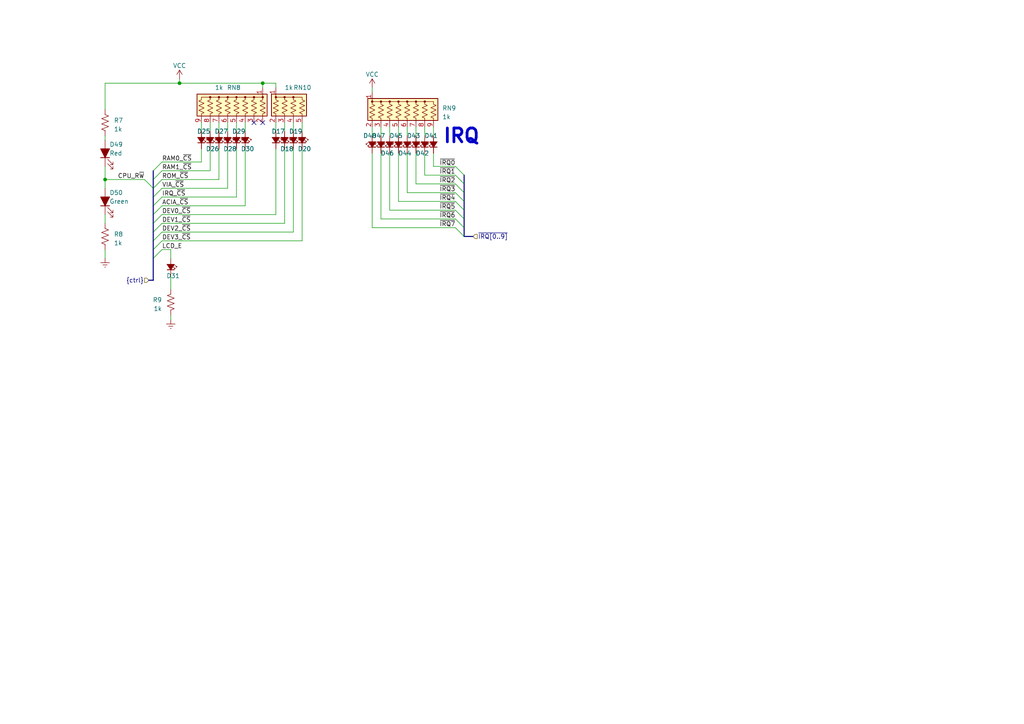
<source format=kicad_sch>
(kicad_sch (version 20230121) (generator eeschema)
  (paper "A4")
  (lib_symbols
    (symbol "Device:LED_Filled" (pin_numbers hide) (pin_names (offset 1.016) hide)
      (property "Reference" "D" (at 0 2.54 0))
      (property "Value" "LED_Filled" (at 0 -2.54 0))
      (symbol "LED_Filled_0_1"
        (polyline (pts (xy -1.27 -1.27) (xy -1.27 1.27)) (stroke (width 0.254)))
        (polyline (pts (xy -1.27 0) (xy 1.27 0)))
        (polyline (pts (xy 1.27 -1.27) (xy 1.27 1.27) (xy -1.27 0) (xy 1.27 -1.27)) (stroke (width 0.254)) (fill (type outline)))
        (polyline (pts (xy -3.048 -0.762) (xy -4.572 -2.286) (xy -3.81 -2.286) (xy -4.572 -2.286) (xy -4.572 -1.524)))
        (polyline (pts (xy -1.778 -0.762) (xy -3.302 -2.286) (xy -2.54 -2.286) (xy -3.302 -2.286) (xy -3.302 -1.524)))
      )
      (symbol "LED_Filled_1_1"
        (pin passive line (at -3.81 0 0) (length 2.54) (name "K") (number "1"))
        (pin passive line (at 3.81 0 180) (length 2.54) (name "A") (number "2"))
      )
    )
    (symbol "Device:LED_Small_Filled" (pin_numbers hide) (pin_names (offset 0.254) hide)
      (property "Reference" "D" (at -1.27 3.175 0))
      (property "Value" "LED_Small_Filled" (at -4.445 -2.54 0))
      (symbol "LED_Small_Filled_0_1"
        (polyline (pts (xy -0.762 -1.016) (xy -0.762 1.016)) (stroke (width 0.254)))
        (polyline (pts (xy 1.016 0) (xy -0.762 0)))
        (polyline (pts (xy 0.762 -1.016) (xy -0.762 0) (xy 0.762 1.016) (xy 0.762 -1.016)) (stroke (width 0.254)) (fill (type outline)))
        (polyline (pts (xy 0 0.762) (xy -0.508 1.27) (xy -0.254 1.27) (xy -0.508 1.27) (xy -0.508 1.016)))
        (polyline (pts (xy 0.508 1.27) (xy 0 1.778) (xy 0.254 1.778) (xy 0 1.778) (xy 0 1.524)))
      )
      (symbol "LED_Small_Filled_1_1"
        (pin passive line (at -2.54 0 0) (length 1.778) (name "K") (number "1"))
        (pin passive line (at 2.54 0 180) (length 1.778) (name "A") (number "2"))
      )
    )
    (symbol "Device:R_Network04_US" (pin_names (offset 0) hide)
      (property "Reference" "RN" (at -7.62 0 90))
      (property "Value" "R_Network04_US" (at 5.08 0 90))
      (symbol "R_Network04_US_0_1"
        (rectangle (start -6.35 -3.175) (end 3.81 3.175) (stroke (width 0.254)) (fill (type background)))
        (circle (center -5.08 2.286) (radius 0.254) (fill (type outline)))
        (circle (center -2.54 2.286) (radius 0.254) (fill (type outline)))
        (polyline (pts (xy -5.08 2.286) (xy 2.54 2.286)))
        (polyline (pts (xy -5.08 2.286) (xy -5.08 1.524) (xy -4.318 1.1684) (xy -5.842 0.508) (xy -4.318 -0.1524) (xy -5.842 -0.8382) (xy -4.318 -1.524) (xy -5.842 -2.1844) (xy -5.08 -2.54) (xy -5.08 -3.81)))
        (polyline (pts (xy -2.54 2.286) (xy -2.54 1.524) (xy -1.778 1.1684) (xy -3.302 0.508) (xy -1.778 -0.1524) (xy -3.302 -0.8382) (xy -1.778 -1.524) (xy -3.302 -2.1844) (xy -2.54 -2.54) (xy -2.54 -3.81)))
        (polyline (pts (xy 0 2.286) (xy 0 1.524) (xy 0.762 1.1684) (xy -0.762 0.508) (xy 0.762 -0.1524) (xy -0.762 -0.8382) (xy 0.762 -1.524) (xy -0.762 -2.1844) (xy 0 -2.54) (xy 0 -3.81)))
        (polyline (pts (xy 2.54 2.286) (xy 2.54 1.524) (xy 3.302 1.1684) (xy 1.778 0.508) (xy 3.302 -0.1524) (xy 1.778 -0.8382) (xy 3.302 -1.524) (xy 1.778 -2.1844) (xy 2.54 -2.54) (xy 2.54 -3.81)))
        (circle (center 0 2.286) (radius 0.254) (fill (type outline)))
      )
      (symbol "R_Network04_US_1_1"
        (pin passive line (at -5.08 5.08 270) (length 2.54) (name "common") (number "1"))
        (pin passive line (at -5.08 -5.08 90) (length 1.27) (name "R1") (number "2"))
        (pin passive line (at -2.54 -5.08 90) (length 1.27) (name "R2") (number "3"))
        (pin passive line (at 0 -5.08 90) (length 1.27) (name "R3") (number "4"))
        (pin passive line (at 2.54 -5.08 90) (length 1.27) (name "R4") (number "5"))
      )
    )
    (symbol "Device:R_Network08_US" (pin_names (offset 0) hide)
      (property "Reference" "RN" (at -12.7 0 90))
      (property "Value" "R_Network08_US" (at 10.16 0 90))
      (symbol "R_Network08_US_0_1"
        (rectangle (start -11.43 -3.175) (end 8.89 3.175) (stroke (width 0.254)) (fill (type background)))
        (circle (center -10.16 2.286) (radius 0.254) (fill (type outline)))
        (circle (center -7.62 2.286) (radius 0.254) (fill (type outline)))
        (circle (center -5.08 2.286) (radius 0.254) (fill (type outline)))
        (circle (center -2.54 2.286) (radius 0.254) (fill (type outline)))
        (polyline (pts (xy -10.16 2.286) (xy 7.62 2.286)))
        (polyline (pts (xy -10.16 2.286) (xy -10.16 1.524) (xy -9.398 1.1684) (xy -10.922 0.508) (xy -9.398 -0.1524) (xy -10.922 -0.8382) (xy -9.398 -1.524) (xy -10.922 -2.1844) (xy -10.16 -2.54) (xy -10.16 -3.81)))
        (polyline (pts (xy -7.62 2.286) (xy -7.62 1.524) (xy -6.858 1.1684) (xy -8.382 0.508) (xy -6.858 -0.1524) (xy -8.382 -0.8382) (xy -6.858 -1.524) (xy -8.382 -2.1844) (xy -7.62 -2.54) (xy -7.62 -3.81)))
        (polyline (pts (xy -5.08 2.286) (xy -5.08 1.524) (xy -4.318 1.1684) (xy -5.842 0.508) (xy -4.318 -0.1524) (xy -5.842 -0.8382) (xy -4.318 -1.524) (xy -5.842 -2.1844) (xy -5.08 -2.54) (xy -5.08 -3.81)))
        (polyline (pts (xy -2.54 2.286) (xy -2.54 1.524) (xy -1.778 1.1684) (xy -3.302 0.508) (xy -1.778 -0.1524) (xy -3.302 -0.8382) (xy -1.778 -1.524) (xy -3.302 -2.1844) (xy -2.54 -2.54) (xy -2.54 -3.81)))
        (polyline (pts (xy 0 2.286) (xy 0 1.524) (xy 0.762 1.1684) (xy -0.762 0.508) (xy 0.762 -0.1524) (xy -0.762 -0.8382) (xy 0.762 -1.524) (xy -0.762 -2.1844) (xy 0 -2.54) (xy 0 -3.81)))
        (polyline (pts (xy 2.54 2.286) (xy 2.54 1.524) (xy 3.302 1.1684) (xy 1.778 0.508) (xy 3.302 -0.1524) (xy 1.778 -0.8382) (xy 3.302 -1.524) (xy 1.778 -2.1844) (xy 2.54 -2.54) (xy 2.54 -3.81)))
        (polyline (pts (xy 5.08 2.286) (xy 5.08 1.524) (xy 5.842 1.1684) (xy 4.318 0.508) (xy 5.842 -0.1524) (xy 4.318 -0.8382) (xy 5.842 -1.524) (xy 4.318 -2.1844) (xy 5.08 -2.54) (xy 5.08 -3.81)))
        (polyline (pts (xy 7.62 2.286) (xy 7.62 1.524) (xy 8.382 1.1684) (xy 6.858 0.508) (xy 8.382 -0.1524) (xy 6.858 -0.8382) (xy 8.382 -1.524) (xy 6.858 -2.1844) (xy 7.62 -2.54) (xy 7.62 -3.81)))
        (circle (center 0 2.286) (radius 0.254) (fill (type outline)))
        (circle (center 2.54 2.286) (radius 0.254) (fill (type outline)))
        (circle (center 5.08 2.286) (radius 0.254) (fill (type outline)))
      )
      (symbol "R_Network08_US_1_1"
        (pin passive line (at -10.16 5.08 270) (length 2.54) (name "common") (number "1"))
        (pin passive line (at -10.16 -5.08 90) (length 1.27) (name "R1") (number "2"))
        (pin passive line (at -7.62 -5.08 90) (length 1.27) (name "R2") (number "3"))
        (pin passive line (at -5.08 -5.08 90) (length 1.27) (name "R3") (number "4"))
        (pin passive line (at -2.54 -5.08 90) (length 1.27) (name "R4") (number "5"))
        (pin passive line (at 0 -5.08 90) (length 1.27) (name "R5") (number "6"))
        (pin passive line (at 2.54 -5.08 90) (length 1.27) (name "R6") (number "7"))
        (pin passive line (at 5.08 -5.08 90) (length 1.27) (name "R7") (number "8"))
        (pin passive line (at 7.62 -5.08 90) (length 1.27) (name "R8") (number "9"))
      )
    )
    (symbol "Device:R_US" (pin_numbers hide) (pin_names (offset 0))
      (property "Reference" "R" (at 2.54 0 90))
      (property "Value" "R_US" (at -2.54 0 90))
      (symbol "R_US_0_1"
        (polyline (pts (xy 0 -2.286) (xy 0 -2.54)))
        (polyline (pts (xy 0 2.286) (xy 0 2.54)))
        (polyline (pts (xy 0 -0.762) (xy 1.016 -1.143) (xy 0 -1.524) (xy -1.016 -1.905) (xy 0 -2.286)))
        (polyline (pts (xy 0 0.762) (xy 1.016 0.381) (xy 0 0) (xy -1.016 -0.381) (xy 0 -0.762)))
        (polyline (pts (xy 0 2.286) (xy 1.016 1.905) (xy 0 1.524) (xy -1.016 1.143) (xy 0 0.762)))
      )
      (symbol "R_US_1_1"
        (pin passive line (at 0 3.81 270) (length 1.27) (name "~") (number "1"))
        (pin passive line (at 0 -3.81 90) (length 1.27) (name "~") (number "2"))
      )
    )
    (symbol "power:Earth" (power) (pin_names (offset 0))
      (symbol "Earth_0_1"
        (polyline (pts (xy -0.635 -1.905) (xy 0.635 -1.905)))
        (polyline (pts (xy -0.127 -2.54) (xy 0.127 -2.54)))
        (polyline (pts (xy 0 -1.27) (xy 0 0)))
        (polyline (pts (xy 1.27 -1.27) (xy -1.27 -1.27)))
      )
      (symbol "Earth_1_1"
        (pin power_in line (at 0 0 270) (length 0) hide (name "Earth") (number "1"))
      )
    )
    (symbol "power:VCC" (power) (pin_names (offset 0))
      (property "Value" "VCC" (at 0 3.81 0))
      (symbol "VCC_0_1"
        (polyline (pts (xy -0.762 1.27) (xy 0 2.54)))
        (polyline (pts (xy 0 0) (xy 0 2.54)))
        (polyline (pts (xy 0 2.54) (xy 0.762 1.27)))
      )
      (symbol "VCC_1_1"
        (pin power_in line (at 0 0 90) (length 0) hide (name "VCC") (number "1"))
      )
    )
  )
  (junction (at 30.48 52.07))
  (junction (at 52.07 24.13))
  (junction (at 76.2 24.13))
  (no_connect (at 73.66 35.56))
  (no_connect (at 76.2 35.56))
  (bus_entry (at 44.45 57.15) (size 2.54 -2.54))
  (bus_entry (at 134.62 58.42) (size -2.54 -2.54))
  (bus_entry (at 44.45 54.61) (size 2.54 -2.54))
  (bus_entry (at 44.45 54.61) (size -2.54 -2.54))
  (bus_entry (at 134.62 55.88) (size -2.54 -2.54))
  (bus_entry (at 44.45 52.07) (size 2.54 -2.54))
  (bus_entry (at 44.45 69.85) (size 2.54 -2.54))
  (bus_entry (at 44.45 72.39) (size 2.54 -2.54))
  (bus_entry (at 134.62 63.5) (size -2.54 -2.54))
  (bus_entry (at 44.45 67.31) (size 2.54 -2.54))
  (bus_entry (at 134.62 66.04) (size -2.54 -2.54))
  (bus_entry (at 44.45 49.53) (size 2.54 -2.54))
  (bus_entry (at 134.62 53.34) (size -2.54 -2.54))
  (bus_entry (at 44.45 74.93) (size 2.54 -2.54))
  (bus_entry (at 44.45 64.77) (size 2.54 -2.54))
  (bus_entry (at 134.62 68.58) (size -2.54 -2.54))
  (bus_entry (at 134.62 50.8) (size -2.54 -2.54))
  (bus_entry (at 44.45 59.69) (size 2.54 -2.54))
  (bus_entry (at 44.45 62.23) (size 2.54 -2.54))
  (bus_entry (at 134.62 60.96) (size -2.54 -2.54))
  (wire (pts (xy 113.03 36.83) (xy 113.03 39.37)))
  (bus (pts (xy 44.45 67.31) (xy 44.45 69.85)))
  (wire (pts (xy 120.65 53.34) (xy 120.65 44.45)))
  (wire (pts (xy 46.99 64.77) (xy 82.55 64.77)))
  (wire (pts (xy 66.04 35.56) (xy 66.04 38.1)))
  (bus (pts (xy 134.62 53.34) (xy 134.62 55.88)))
  (wire (pts (xy 63.5 35.56) (xy 63.5 38.1)))
  (wire (pts (xy 30.48 62.23) (xy 30.48 64.77)))
  (bus (pts (xy 44.45 52.07) (xy 44.45 54.61)))
  (wire (pts (xy 66.04 54.61) (xy 66.04 43.18)))
  (bus (pts (xy 44.45 81.28) (xy 43.18 81.28)))
  (wire (pts (xy 46.99 62.23) (xy 80.01 62.23)))
  (wire (pts (xy 30.48 52.07) (xy 41.91 52.07)))
  (wire (pts (xy 85.09 67.31) (xy 85.09 43.18)))
  (bus (pts (xy 44.45 54.61) (xy 44.45 57.15)))
  (wire (pts (xy 46.99 67.31) (xy 85.09 67.31)))
  (wire (pts (xy 80.01 35.56) (xy 80.01 38.1)))
  (bus (pts (xy 44.45 64.77) (xy 44.45 67.31)))
  (wire (pts (xy 71.12 59.69) (xy 71.12 43.18)))
  (wire (pts (xy 118.11 55.88) (xy 132.08 55.88)))
  (bus (pts (xy 134.62 50.8) (xy 134.62 53.34)))
  (wire (pts (xy 76.2 24.13) (xy 80.01 24.13)))
  (bus (pts (xy 44.45 57.15) (xy 44.45 59.69)))
  (wire (pts (xy 87.63 38.1) (xy 87.63 35.56)))
  (bus (pts (xy 134.62 66.04) (xy 134.62 68.58)))
  (wire (pts (xy 52.07 24.13) (xy 76.2 24.13)))
  (wire (pts (xy 46.99 49.53) (xy 60.96 49.53)))
  (wire (pts (xy 30.48 72.39) (xy 30.48 74.93)))
  (wire (pts (xy 110.49 63.5) (xy 110.49 44.45)))
  (wire (pts (xy 107.95 44.45) (xy 107.95 66.04)))
  (wire (pts (xy 115.57 36.83) (xy 115.57 39.37)))
  (wire (pts (xy 82.55 38.1) (xy 82.55 35.56)))
  (wire (pts (xy 76.2 25.4) (xy 76.2 24.13)))
  (bus (pts (xy 44.45 74.93) (xy 44.45 81.28)))
  (wire (pts (xy 107.95 36.83) (xy 107.95 39.37)))
  (wire (pts (xy 123.19 50.8) (xy 132.08 50.8)))
  (wire (pts (xy 115.57 58.42) (xy 132.08 58.42)))
  (wire (pts (xy 46.99 59.69) (xy 71.12 59.69)))
  (wire (pts (xy 68.58 57.15) (xy 68.58 43.18)))
  (wire (pts (xy 46.99 69.85) (xy 87.63 69.85)))
  (wire (pts (xy 113.03 44.45) (xy 113.03 60.96)))
  (wire (pts (xy 68.58 35.56) (xy 68.58 38.1)))
  (bus (pts (xy 134.62 58.42) (xy 134.62 60.96)))
  (wire (pts (xy 123.19 36.83) (xy 123.19 39.37)))
  (wire (pts (xy 46.99 72.39) (xy 49.53 72.39)))
  (wire (pts (xy 125.73 48.26) (xy 125.73 44.45)))
  (wire (pts (xy 107.95 25.4) (xy 107.95 26.67)))
  (wire (pts (xy 46.99 57.15) (xy 68.58 57.15)))
  (wire (pts (xy 52.07 22.86) (xy 52.07 24.13)))
  (wire (pts (xy 107.95 66.04) (xy 132.08 66.04)))
  (wire (pts (xy 63.5 52.07) (xy 63.5 43.18)))
  (wire (pts (xy 125.73 48.26) (xy 132.08 48.26)))
  (wire (pts (xy 60.96 49.53) (xy 60.96 43.18)))
  (wire (pts (xy 110.49 63.5) (xy 132.08 63.5)))
  (wire (pts (xy 30.48 52.07) (xy 30.48 48.26)))
  (bus (pts (xy 134.62 60.96) (xy 134.62 63.5)))
  (wire (pts (xy 118.11 55.88) (xy 118.11 44.45)))
  (wire (pts (xy 125.73 36.83) (xy 125.73 39.37)))
  (wire (pts (xy 71.12 35.56) (xy 71.12 38.1)))
  (wire (pts (xy 120.65 36.83) (xy 120.65 39.37)))
  (bus (pts (xy 134.62 68.58) (xy 137.16 68.58)))
  (wire (pts (xy 46.99 52.07) (xy 63.5 52.07)))
  (bus (pts (xy 44.45 72.39) (xy 44.45 74.93)))
  (wire (pts (xy 46.99 46.99) (xy 58.42 46.99)))
  (wire (pts (xy 85.09 38.1) (xy 85.09 35.56)))
  (bus (pts (xy 44.45 69.85) (xy 44.45 72.39)))
  (bus (pts (xy 134.62 55.88) (xy 134.62 58.42)))
  (bus (pts (xy 44.45 59.69) (xy 44.45 62.23)))
  (wire (pts (xy 123.19 50.8) (xy 123.19 44.45)))
  (wire (pts (xy 115.57 58.42) (xy 115.57 44.45)))
  (wire (pts (xy 30.48 52.07) (xy 30.48 54.61)))
  (bus (pts (xy 44.45 49.53) (xy 44.45 52.07)))
  (wire (pts (xy 60.96 35.56) (xy 60.96 38.1)))
  (wire (pts (xy 110.49 36.83) (xy 110.49 39.37)))
  (wire (pts (xy 49.53 80.01) (xy 49.53 83.82)))
  (bus (pts (xy 44.45 62.23) (xy 44.45 64.77)))
  (wire (pts (xy 49.53 92.71) (xy 49.53 91.44)))
  (wire (pts (xy 58.42 46.99) (xy 58.42 43.18)))
  (wire (pts (xy 118.11 36.83) (xy 118.11 39.37)))
  (wire (pts (xy 87.63 69.85) (xy 87.63 43.18)))
  (bus (pts (xy 134.62 63.5) (xy 134.62 66.04)))
  (wire (pts (xy 120.65 53.34) (xy 132.08 53.34)))
  (wire (pts (xy 30.48 31.75) (xy 30.48 24.13)))
  (wire (pts (xy 80.01 43.18) (xy 80.01 62.23)))
  (wire (pts (xy 30.48 24.13) (xy 52.07 24.13)))
  (wire (pts (xy 46.99 54.61) (xy 66.04 54.61)))
  (wire (pts (xy 30.48 39.37) (xy 30.48 40.64)))
  (wire (pts (xy 82.55 64.77) (xy 82.55 43.18)))
  (wire (pts (xy 80.01 24.13) (xy 80.01 25.4)))
  (wire (pts (xy 49.53 72.39) (xy 49.53 74.93)))
  (wire (pts (xy 58.42 35.56) (xy 58.42 38.1)))
  (wire (pts (xy 113.03 60.96) (xy 132.08 60.96)))
  (text "IRQ" (at 128.27 41.91 0) (effects (font (size 4 4) (thickness 0.8) bold) (justify left bottom)))
  (label "LCD_E" (at 46.99 72.39 0))
  (label "~{IRQ3}" (at 132.08 55.88 180))
  (label "ACIA_~{CS}" (at 46.99 59.69 0))
  (label "~{IRQ0}" (at 132.08 48.26 180))
  (label "DEV2_~{CS}" (at 46.99 67.31 0))
  (label "DEV3_~{CS}" (at 46.99 69.85 0))
  (label "DEV0_~{CS}" (at 46.99 62.23 0))
  (label "DEV1_~{CS}" (at 46.99 64.77 0))
  (label "~{IRQ6}" (at 132.08 63.5 180))
  (label "CPU_R~{W}" (at 41.91 52.07 180))
  (label "~{IRQ2}" (at 132.08 53.34 180))
  (label "~{IRQ7}" (at 132.08 66.04 180))
  (label "RAM1_~{CS}" (at 46.99 49.53 0))
  (label "~{IRQ4}" (at 132.08 58.42 180))
  (label "ROM_~{CS}" (at 46.99 52.07 0))
  (label "IRQ_~{CS}" (at 46.99 57.15 0))
  (label "~{IRQ1}" (at 132.08 50.8 180))
  (label "~{IRQ5}" (at 132.08 60.96 180))
  (label "VIA_~{CS}" (at 46.99 54.61 0))
  (label "RAM0_~{CS}" (at 46.99 46.99 0))
  (hierarchical_label "~{IRQ[0..9]}" (shape input) (at 137.16 68.58 0))
  (hierarchical_label "{ctrl}" (shape input) (at 43.18 81.28 180))
  (symbol (lib_id "Device:LED_Small_Filled") (at 68.58 40.64 270) (mirror x) (unit 1)
    (property "Reference" "D29" (at 67.31 38.1 90) (effects (justify left)))
    (property "Value" "LED_Small_Filled" (effects hide))
  )
  (symbol (lib_id "Device:LED_Small_Filled") (at 66.04 40.64 270) (mirror x) (unit 1)
    (property "Reference" "D28" (at 64.77 43.18 90) (effects (justify left)))
    (property "Value" "LED_Small_Filled" (effects hide))
  )
  (symbol (lib_id "Device:LED_Small_Filled") (at 120.65 41.91 90) (unit 1)
    (property "Reference" "D43" (at 121.92 39.37 90) (effects (justify left)))
    (property "Value" "LED_Small_Filled" (effects hide))
  )
  (symbol (lib_id "Device:LED_Small_Filled") (at 107.95 41.91 90) (unit 1)
    (property "Reference" "D48" (at 109.22 39.37 90) (effects (justify left)))
    (property "Value" "LED_Small_Filled" (effects hide))
  )
  (symbol (lib_id "Device:LED_Small_Filled") (at 63.5 40.64 270) (mirror x) (unit 1)
    (property "Reference" "D27" (at 62.23 38.1 90) (effects (justify left)))
    (property "Value" "LED_Small_Filled" (effects hide))
  )
  (symbol (lib_id "Device:R_Network04_US") (at 85.09 30.48 0) (unit 1)
    (property "Reference" "RN10" (at 85.09 25.4 0) (effects (justify left)))
    (property "Value" "1k" (at 82.55 25.4 0) (effects (justify left)))
    (property "Footprint" "Resistor_THT:R_Array_SIP5" (effects hide))
    (property "Datasheet" "http://www.vishay.com/docs/31509/csc.pdf" (effects hide))
  )
  (symbol (lib_id "Device:R_US") (at 49.53 87.63 0) (mirror y) (unit 1)
    (property "Reference" "R9" (at 46.99 86.995 0) (effects (justify left)))
    (property "Value" "1k" (at 46.99 89.535 0) (effects (justify left)))
  )
  (symbol (lib_id "Device:LED_Small_Filled") (at 82.55 40.64 270) (mirror x) (unit 1)
    (property "Reference" "D18" (at 81.28 43.18 90) (effects (justify left)))
    (property "Value" "LED_Small_Filled" (effects hide))
  )
  (symbol (lib_id "Device:R_US") (at 30.48 68.58 0) (unit 1)
    (property "Reference" "R8" (at 33.02 67.945 0) (effects (justify left)))
    (property "Value" "1k" (at 33.02 70.485 0) (effects (justify left)))
  )
  (symbol (lib_id "power:VCC") (at 107.95 25.4 0) (unit 1)
    (property "Reference" "#PWR05" (effects hide))
    (property "Value" "+5V" (at 107.95 21.59 0))
    (instances (project "rod6502" (path "" (reference "#PWR05") (unit 1)) (path "" (reference "#PWR043") (unit 1))))
  )
  (symbol (lib_id "Device:LED_Small_Filled") (at 80.01 40.64 270) (mirror x) (unit 1)
    (property "Reference" "D17" (at 78.74 38.1 90) (effects (justify left)))
    (property "Value" "LED_Small_Filled" (effects hide))
  )
  (symbol (lib_id "Device:LED_Small_Filled") (at 113.03 41.91 90) (unit 1)
    (property "Reference" "D46" (at 114.3 44.45 90) (effects (justify left)))
    (property "Value" "LED_Small_Filled" (effects hide))
  )
  (symbol (lib_id "Device:R_Network08_US") (at 118.11 31.75 0) (unit 1)
    (property "Reference" "RN9" (at 128.27 31.369 0) (effects (justify left)))
    (property "Value" "1k" (at 128.27 33.909 0) (effects (justify left)))
    (property "Footprint" "Resistor_THT:R_Array_SIP9" (effects hide))
    (property "Datasheet" "http://www.vishay.com/docs/31509/csc.pdf" (effects hide))
  )
  (symbol (lib_id "power:VCC") (at 52.07 22.86 0) (unit 1)
    (property "Reference" "#PWR05" (effects hide))
    (property "Value" "+5V" (at 52.07 19.05 0))
    (instances (project "rod6502" (path "" (reference "#PWR05") (unit 1)) (path "" (reference "#PWR046") (unit 1))))
  )
  (symbol (lib_id "Device:LED_Small_Filled") (at 58.42 40.64 270) (mirror x) (unit 1)
    (property "Reference" "D25" (at 57.15 38.1 90) (effects (justify left)))
    (property "Value" "LED_Small_Filled" (effects hide))
  )
  (symbol (lib_id "Device:LED_Small_Filled") (at 115.57 41.91 90) (unit 1)
    (property "Reference" "D45" (at 116.84 39.37 90) (effects (justify left)))
    (property "Value" "LED_Small_Filled" (effects hide))
  )
  (symbol (lib_id "Device:LED_Small_Filled") (at 60.96 40.64 270) (mirror x) (unit 1)
    (property "Reference" "D26" (at 59.69 43.18 90) (effects (justify left)))
    (property "Value" "LED_Small_Filled" (effects hide))
  )
  (symbol (lib_id "Device:LED_Small_Filled") (at 85.09 40.64 270) (mirror x) (unit 1)
    (property "Reference" "D19" (at 83.82 38.1 90) (effects (justify left)))
    (property "Value" "LED_Small_Filled" (effects hide))
  )
  (symbol (lib_id "Device:LED_Small_Filled") (at 118.11 41.91 90) (unit 1)
    (property "Reference" "D44" (at 119.38 44.45 90) (effects (justify left)))
    (property "Value" "LED_Small_Filled" (effects hide))
  )
  (symbol (lib_id "Device:LED_Small_Filled") (at 49.53 77.47 270) (mirror x) (unit 1)
    (property "Reference" "D31" (at 48.26 80.01 90) (effects (justify left)))
    (property "Value" "LED_Small_Filled" (effects hide))
  )
  (symbol (lib_id "Device:LED_Small_Filled") (at 123.19 41.91 90) (unit 1)
    (property "Reference" "D42" (at 124.46 44.45 90) (effects (justify left)))
    (property "Value" "LED_Small_Filled" (effects hide))
  )
  (symbol (lib_id "Device:LED_Filled") (at 30.48 44.45 90) (unit 1)
    (property "Reference" "D49" (at 31.75 41.91 90) (effects (justify right)))
    (property "Value" "Red" (at 31.75 44.45 90) (effects (justify right)))
  )
  (symbol (lib_id "power:Earth") (at 49.53 92.71 0) (unit 1)
    (property "Reference" "#PWR048" (effects hide))
    (property "Value" "Earth" (effects hide))
  )
  (symbol (lib_id "Device:LED_Filled") (at 30.48 58.42 90) (unit 1)
    (property "Reference" "D50" (at 31.75 55.88 90) (effects (justify right)))
    (property "Value" "Green" (at 31.75 58.42 90) (effects (justify right)))
  )
  (symbol (lib_id "Device:LED_Small_Filled") (at 87.63 40.64 270) (mirror x) (unit 1)
    (property "Reference" "D20" (at 86.36 43.18 90) (effects (justify left)))
    (property "Value" "LED_Small_Filled" (effects hide))
  )
  (symbol (lib_id "Device:LED_Small_Filled") (at 71.12 40.64 270) (mirror x) (unit 1)
    (property "Reference" "D30" (at 69.85 43.18 90) (effects (justify left)))
    (property "Value" "LED_Small_Filled" (effects hide))
  )
  (symbol (lib_id "Device:R_Network08_US") (at 66.04 30.48 0) (mirror y) (unit 1)
    (property "Reference" "RN8" (at 69.85 25.4 0) (effects (justify left)))
    (property "Value" "1k" (at 64.77 25.4 0) (effects (justify left)))
    (property "Footprint" "Resistor_THT:R_Array_SIP9" (effects hide))
    (property "Datasheet" "http://www.vishay.com/docs/31509/csc.pdf" (effects hide))
  )
  (symbol (lib_id "Device:LED_Small_Filled") (at 110.49 41.91 90) (unit 1)
    (property "Reference" "D47" (at 111.76 39.37 90) (effects (justify left)))
    (property "Value" "LED_Small_Filled" (effects hide))
  )
  (symbol (lib_id "Device:LED_Small_Filled") (at 125.73 41.91 90) (unit 1)
    (property "Reference" "D41" (at 127 39.37 90) (effects (justify left)))
    (property "Value" "LED_Small_Filled" (effects hide))
  )
  (symbol (lib_id "power:Earth") (at 30.48 74.93 0) (unit 1)
    (property "Reference" "#PWR047" (effects hide))
    (property "Value" "Earth" (effects hide))
  )
  (symbol (lib_id "Device:R_US") (at 30.48 35.56 0) (unit 1)
    (property "Reference" "R7" (at 33.02 34.925 0) (effects (justify left)))
    (property "Value" "1k" (at 33.02 37.465 0) (effects (justify left)))
  )
)
</source>
